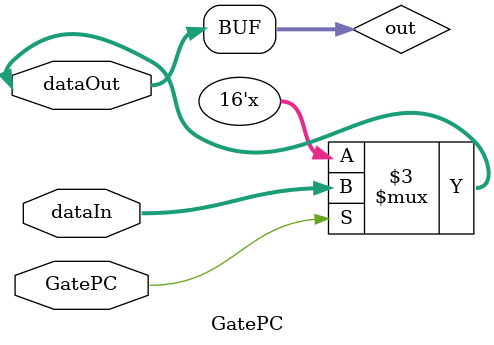
<source format=sv>
module GatePC( input logic GatePC,
					input logic [15:0] dataIn,
					inout [15:0] dataOut);
logic [15:0] out;
					
//always_ff @ (posedge Clk)
always_comb
begin
	if (GatePC)
		out <= dataIn;
	else
		out <= 16'bZZZZZZZZZZZZZZZZ;
end
assign dataOut = out;
endmodule
</source>
